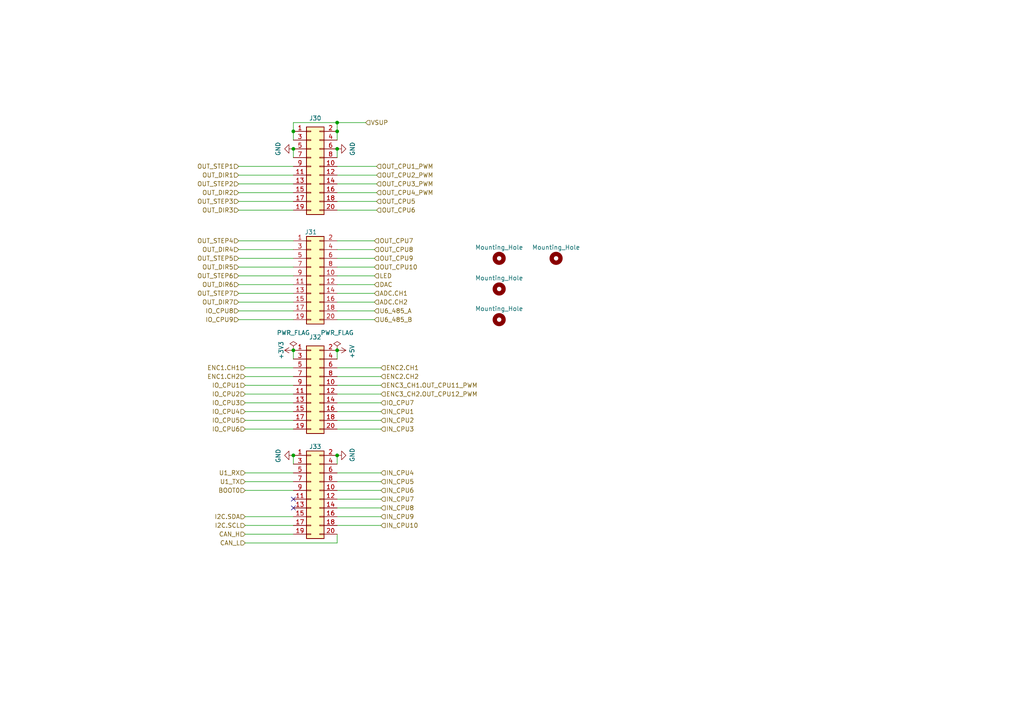
<source format=kicad_sch>
(kicad_sch (version 20211123) (generator eeschema)
  (paper "A4")
  (lib_symbols
    (symbol "Connector_Generic:Conn_02x10_Odd_Even" (pin_names (offset 1.016) hide)
      (property "Reference" "J" (at 1.27 12.7 0))
      (property "Value" "Conn_02x10_Odd_Even" (at 1.27 -15.24 0))
      (symbol "Conn_02x10_Odd_Even_1_1"
        (rectangle (start -1.27 -12.573) (end 0 -12.827) (stroke (width 0.1524)))
        (rectangle (start -1.27 -10.033) (end 0 -10.287) (stroke (width 0.1524)))
        (rectangle (start -1.27 -7.493) (end 0 -7.747) (stroke (width 0.1524)))
        (rectangle (start -1.27 -4.953) (end 0 -5.207) (stroke (width 0.1524)))
        (rectangle (start -1.27 -2.413) (end 0 -2.667) (stroke (width 0.1524)))
        (rectangle (start -1.27 0.127) (end 0 -0.127) (stroke (width 0.1524)))
        (rectangle (start -1.27 2.667) (end 0 2.413) (stroke (width 0.1524)))
        (rectangle (start -1.27 5.207) (end 0 4.953) (stroke (width 0.1524)))
        (rectangle (start -1.27 7.747) (end 0 7.493) (stroke (width 0.1524)))
        (rectangle (start -1.27 10.287) (end 0 10.033) (stroke (width 0.1524)))
        (rectangle (start -1.27 11.43) (end 3.81 -13.97) (stroke (width 0.254)) (fill (type background)))
        (rectangle (start 3.81 -12.573) (end 2.54 -12.827) (stroke (width 0.1524)))
        (rectangle (start 3.81 -10.033) (end 2.54 -10.287) (stroke (width 0.1524)))
        (rectangle (start 3.81 -7.493) (end 2.54 -7.747) (stroke (width 0.1524)))
        (rectangle (start 3.81 -4.953) (end 2.54 -5.207) (stroke (width 0.1524)))
        (rectangle (start 3.81 -2.413) (end 2.54 -2.667) (stroke (width 0.1524)))
        (rectangle (start 3.81 0.127) (end 2.54 -0.127) (stroke (width 0.1524)))
        (rectangle (start 3.81 2.667) (end 2.54 2.413) (stroke (width 0.1524)))
        (rectangle (start 3.81 5.207) (end 2.54 4.953) (stroke (width 0.1524)))
        (rectangle (start 3.81 7.747) (end 2.54 7.493) (stroke (width 0.1524)))
        (rectangle (start 3.81 10.287) (end 2.54 10.033) (stroke (width 0.1524)))
        (pin passive line (at -5.08 10.16 0) (length 3.81) (name "Pin_1") (number "1"))
        (pin passive line (at 7.62 0 180) (length 3.81) (name "Pin_10") (number "10"))
        (pin passive line (at -5.08 -2.54 0) (length 3.81) (name "Pin_11") (number "11"))
        (pin passive line (at 7.62 -2.54 180) (length 3.81) (name "Pin_12") (number "12"))
        (pin passive line (at -5.08 -5.08 0) (length 3.81) (name "Pin_13") (number "13"))
        (pin passive line (at 7.62 -5.08 180) (length 3.81) (name "Pin_14") (number "14"))
        (pin passive line (at -5.08 -7.62 0) (length 3.81) (name "Pin_15") (number "15"))
        (pin passive line (at 7.62 -7.62 180) (length 3.81) (name "Pin_16") (number "16"))
        (pin passive line (at -5.08 -10.16 0) (length 3.81) (name "Pin_17") (number "17"))
        (pin passive line (at 7.62 -10.16 180) (length 3.81) (name "Pin_18") (number "18"))
        (pin passive line (at -5.08 -12.7 0) (length 3.81) (name "Pin_19") (number "19"))
        (pin passive line (at 7.62 10.16 180) (length 3.81) (name "Pin_2") (number "2"))
        (pin passive line (at 7.62 -12.7 180) (length 3.81) (name "Pin_20") (number "20"))
        (pin passive line (at -5.08 7.62 0) (length 3.81) (name "Pin_3") (number "3"))
        (pin passive line (at 7.62 7.62 180) (length 3.81) (name "Pin_4") (number "4"))
        (pin passive line (at -5.08 5.08 0) (length 3.81) (name "Pin_5") (number "5"))
        (pin passive line (at 7.62 5.08 180) (length 3.81) (name "Pin_6") (number "6"))
        (pin passive line (at -5.08 2.54 0) (length 3.81) (name "Pin_7") (number "7"))
        (pin passive line (at 7.62 2.54 180) (length 3.81) (name "Pin_8") (number "8"))
        (pin passive line (at -5.08 0 0) (length 3.81) (name "Pin_9") (number "9"))
      )
    )
    (symbol "Uni_Printer-rescue:Mounting_Hole-Sensor_tank_v1-rescue-Uni_General_v1-rescue-Uni_Printer_v1-rescue" (pin_names (offset 1.016))
      (property "Reference" "MK" (at 0 5.08 0))
      (property "Value" "Mounting_Hole-Sensor_tank_v1-rescue-Uni_General_v1-rescue-Uni_Printer_v1-rescue" (at 0 3.175 0))
      (symbol "Mounting_Hole-Sensor_tank_v1-rescue-Uni_General_v1-rescue-Uni_Printer_v1-rescue_0_1"
        (circle (center 0 0) (radius 1.27) (stroke (width 1.27)))
      )
    )
    (symbol "power:+3V3" (power) (pin_names (offset 0))
      (property "Value" "+3V3" (at 0 3.556 0))
      (symbol "+3V3_0_1"
        (polyline (pts (xy -0.762 1.27) (xy 0 2.54)))
        (polyline (pts (xy 0 0) (xy 0 2.54)))
        (polyline (pts (xy 0 2.54) (xy 0.762 1.27)))
      )
      (symbol "+3V3_1_1"
        (pin power_in line (at 0 0 90) (length 0) hide (name "+3V3") (number "1"))
      )
    )
    (symbol "power:+5V" (power) (pin_names (offset 0))
      (property "Value" "+5V" (at 0 3.556 0))
      (symbol "+5V_0_1"
        (polyline (pts (xy -0.762 1.27) (xy 0 2.54)))
        (polyline (pts (xy 0 0) (xy 0 2.54)))
        (polyline (pts (xy 0 2.54) (xy 0.762 1.27)))
      )
      (symbol "+5V_1_1"
        (pin power_in line (at 0 0 90) (length 0) hide (name "+5V") (number "1"))
      )
    )
    (symbol "power:GND" (power) (pin_names (offset 0))
      (property "Value" "GND" (at 0 -3.81 0))
      (symbol "GND_0_1"
        (polyline (pts (xy 0 0) (xy 0 -1.27) (xy 1.27 -1.27) (xy 0 -2.54) (xy -1.27 -1.27) (xy 0 -1.27)))
      )
      (symbol "GND_1_1"
        (pin power_in line (at 0 0 270) (length 0) hide (name "GND") (number "1"))
      )
    )
    (symbol "power:PWR_FLAG" (power) (pin_numbers hide) (pin_names (offset 0) hide)
      (property "Value" "PWR_FLAG" (at 0 3.81 0))
      (symbol "PWR_FLAG_0_0"
        (pin power_out line (at 0 0 90) (length 0) (name "pwr") (number "1"))
      )
      (symbol "PWR_FLAG_0_1"
        (polyline (pts (xy 0 0) (xy 0 1.27) (xy -1.016 1.905) (xy 0 2.54) (xy 1.016 1.905) (xy 0 1.27)))
      )
    )
  )
  (junction (at 85.09 101.6))
  (junction (at 97.79 101.6))
  (junction (at 85.09 132.08))
  (junction (at 85.09 43.18))
  (junction (at 97.79 35.56))
  (junction (at 97.79 38.1))
  (junction (at 97.79 132.08))
  (junction (at 85.09 38.1))
  (junction (at 97.79 43.18))
  (no_connect (at 85.09 147.32))
  (no_connect (at 85.09 144.78))
  (wire (pts (xy 71.12 152.4) (xy 85.09 152.4)))
  (wire (pts (xy 71.12 119.38) (xy 85.09 119.38)))
  (wire (pts (xy 97.79 116.84) (xy 110.49 116.84)))
  (wire (pts (xy 71.12 109.22) (xy 85.09 109.22)))
  (wire (pts (xy 69.215 77.47) (xy 85.09 77.47)))
  (wire (pts (xy 97.79 157.48) (xy 97.79 154.94)))
  (wire (pts (xy 71.12 149.86) (xy 85.09 149.86)))
  (wire (pts (xy 97.79 85.09) (xy 108.585 85.09)))
  (wire (pts (xy 97.79 77.47) (xy 108.585 77.47)))
  (wire (pts (xy 97.79 35.56) (xy 106.045 35.56)))
  (wire (pts (xy 71.12 121.92) (xy 85.09 121.92)))
  (wire (pts (xy 71.12 106.68) (xy 85.09 106.68)))
  (wire (pts (xy 97.79 101.6) (xy 97.79 104.14)))
  (wire (pts (xy 69.215 53.34) (xy 85.09 53.34)))
  (wire (pts (xy 85.09 38.1) (xy 85.09 40.64)))
  (wire (pts (xy 97.79 92.71) (xy 108.585 92.71)))
  (wire (pts (xy 97.79 137.16) (xy 110.49 137.16)))
  (wire (pts (xy 69.215 55.88) (xy 85.09 55.88)))
  (wire (pts (xy 69.215 90.17) (xy 85.09 90.17)))
  (wire (pts (xy 97.79 106.68) (xy 110.49 106.68)))
  (wire (pts (xy 71.12 139.7) (xy 85.09 139.7)))
  (wire (pts (xy 69.215 92.71) (xy 85.09 92.71)))
  (wire (pts (xy 69.215 74.93) (xy 85.09 74.93)))
  (wire (pts (xy 85.09 35.56) (xy 85.09 38.1)))
  (wire (pts (xy 97.79 144.78) (xy 110.49 144.78)))
  (wire (pts (xy 97.79 82.55) (xy 108.585 82.55)))
  (wire (pts (xy 97.79 69.85) (xy 108.585 69.85)))
  (wire (pts (xy 69.215 58.42) (xy 85.09 58.42)))
  (wire (pts (xy 97.79 121.92) (xy 110.49 121.92)))
  (wire (pts (xy 97.79 90.17) (xy 108.585 90.17)))
  (wire (pts (xy 71.12 124.46) (xy 85.09 124.46)))
  (wire (pts (xy 97.79 80.01) (xy 108.585 80.01)))
  (wire (pts (xy 69.215 69.85) (xy 85.09 69.85)))
  (wire (pts (xy 85.09 43.18) (xy 85.09 45.72)))
  (wire (pts (xy 97.79 60.96) (xy 109.22 60.96)))
  (wire (pts (xy 97.79 53.34) (xy 109.22 53.34)))
  (wire (pts (xy 97.79 111.76) (xy 110.49 111.76)))
  (wire (pts (xy 97.79 139.7) (xy 110.49 139.7)))
  (wire (pts (xy 71.12 154.94) (xy 85.09 154.94)))
  (wire (pts (xy 97.79 142.24) (xy 110.49 142.24)))
  (wire (pts (xy 97.79 43.18) (xy 97.79 45.72)))
  (wire (pts (xy 97.79 50.8) (xy 109.22 50.8)))
  (wire (pts (xy 97.79 87.63) (xy 108.585 87.63)))
  (wire (pts (xy 97.79 72.39) (xy 108.585 72.39)))
  (wire (pts (xy 69.215 85.09) (xy 85.09 85.09)))
  (wire (pts (xy 71.12 157.48) (xy 97.79 157.48)))
  (wire (pts (xy 69.215 50.8) (xy 85.09 50.8)))
  (wire (pts (xy 97.79 119.38) (xy 110.49 119.38)))
  (wire (pts (xy 85.09 101.6) (xy 85.09 104.14)))
  (wire (pts (xy 69.215 72.39) (xy 85.09 72.39)))
  (wire (pts (xy 97.79 149.86) (xy 110.49 149.86)))
  (wire (pts (xy 69.215 80.01) (xy 85.09 80.01)))
  (wire (pts (xy 109.22 48.26) (xy 97.79 48.26)))
  (wire (pts (xy 97.79 132.08) (xy 97.79 134.62)))
  (wire (pts (xy 69.215 48.26) (xy 85.09 48.26)))
  (wire (pts (xy 69.215 87.63) (xy 85.09 87.63)))
  (wire (pts (xy 97.79 152.4) (xy 110.49 152.4)))
  (wire (pts (xy 97.79 109.22) (xy 110.49 109.22)))
  (wire (pts (xy 97.79 35.56) (xy 97.79 38.1)))
  (wire (pts (xy 85.09 142.24) (xy 71.12 142.24)))
  (wire (pts (xy 71.12 111.76) (xy 85.09 111.76)))
  (wire (pts (xy 97.79 114.3) (xy 110.49 114.3)))
  (wire (pts (xy 97.79 124.46) (xy 110.49 124.46)))
  (wire (pts (xy 71.12 116.84) (xy 85.09 116.84)))
  (wire (pts (xy 69.215 82.55) (xy 85.09 82.55)))
  (wire (pts (xy 109.22 58.42) (xy 97.79 58.42)))
  (wire (pts (xy 97.79 74.93) (xy 108.585 74.93)))
  (wire (pts (xy 71.12 114.3) (xy 85.09 114.3)))
  (wire (pts (xy 97.79 35.56) (xy 85.09 35.56)))
  (wire (pts (xy 97.79 147.32) (xy 110.49 147.32)))
  (wire (pts (xy 85.09 137.16) (xy 71.12 137.16)))
  (wire (pts (xy 97.79 55.88) (xy 109.22 55.88)))
  (wire (pts (xy 97.79 38.1) (xy 97.79 40.64)))
  (wire (pts (xy 85.09 132.08) (xy 85.09 134.62)))
  (wire (pts (xy 69.215 60.96) (xy 85.09 60.96)))
  (hierarchical_label "OUT_CPU3_PWM" (shape input) (at 109.22 53.34 0))
  (hierarchical_label "IO_CPU2" (shape input) (at 71.12 114.3 180))
  (hierarchical_label "ENC2.CH2" (shape input) (at 110.49 109.22 0))
  (hierarchical_label "I2C.SDA" (shape input) (at 71.12 149.86 180))
  (hierarchical_label "IN_CPU10" (shape input) (at 110.49 152.4 0))
  (hierarchical_label "IN_CPU5" (shape input) (at 110.49 139.7 0))
  (hierarchical_label "IN_CPU4" (shape input) (at 110.49 137.16 0))
  (hierarchical_label "OUT_DIR6" (shape input) (at 69.215 82.55 180))
  (hierarchical_label "OUT_CPU6" (shape input) (at 109.22 60.96 0))
  (hierarchical_label "OUT_DIR4" (shape input) (at 69.215 72.39 180))
  (hierarchical_label "OUT_STEP7" (shape input) (at 69.215 85.09 180))
  (hierarchical_label "U1_RX" (shape input) (at 71.12 137.16 180))
  (hierarchical_label "IO_CPU1" (shape input) (at 71.12 111.76 180))
  (hierarchical_label "IN_CPU6" (shape input) (at 110.49 142.24 0))
  (hierarchical_label "OUT_CPU5" (shape input) (at 109.22 58.42 0))
  (hierarchical_label "OUT_CPU1_PWM" (shape input) (at 109.22 48.26 0))
  (hierarchical_label "IO_CPU9" (shape input) (at 69.215 92.71 180))
  (hierarchical_label "IO_CPU7" (shape input) (at 110.49 116.84 0))
  (hierarchical_label "OUT_STEP4" (shape input) (at 69.215 69.85 180))
  (hierarchical_label "U1_TX" (shape input) (at 71.12 139.7 180))
  (hierarchical_label "IN_CPU3" (shape input) (at 110.49 124.46 0))
  (hierarchical_label "OUT_STEP2" (shape input) (at 69.215 53.34 180))
  (hierarchical_label "OUT_DIR2" (shape input) (at 69.215 55.88 180))
  (hierarchical_label "OUT_STEP5" (shape input) (at 69.215 74.93 180))
  (hierarchical_label "IO_CPU6" (shape input) (at 71.12 124.46 180))
  (hierarchical_label "OUT_CPU4_PWM" (shape input) (at 109.22 55.88 0))
  (hierarchical_label "I2C.SCL" (shape input) (at 71.12 152.4 180))
  (hierarchical_label "ENC3_CH1.OUT_CPU11_PWM" (shape input) (at 110.49 111.76 0))
  (hierarchical_label "IO_CPU8" (shape input) (at 69.215 90.17 180))
  (hierarchical_label "OUT_CPU10" (shape input) (at 108.585 77.47 0))
  (hierarchical_label "U6_485_A" (shape input) (at 108.585 90.17 0))
  (hierarchical_label "VSUP" (shape input) (at 106.045 35.56 0))
  (hierarchical_label "ENC1.CH1" (shape input) (at 71.12 106.68 180))
  (hierarchical_label "OUT_CPU9" (shape input) (at 108.585 74.93 0))
  (hierarchical_label "OUT_CPU8" (shape input) (at 108.585 72.39 0))
  (hierarchical_label "OUT_STEP1" (shape input) (at 69.215 48.26 180))
  (hierarchical_label "OUT_DIR7" (shape input) (at 69.215 87.63 180))
  (hierarchical_label "IO_CPU4" (shape input) (at 71.12 119.38 180))
  (hierarchical_label "OUT_DIR1" (shape input) (at 69.215 50.8 180))
  (hierarchical_label "IN_CPU7" (shape input) (at 110.49 144.78 0))
  (hierarchical_label "OUT_CPU7" (shape input) (at 108.585 69.85 0))
  (hierarchical_label "U6_485_B" (shape input) (at 108.585 92.71 0))
  (hierarchical_label "OUT_CPU2_PWM" (shape input) (at 109.22 50.8 0))
  (hierarchical_label "OUT_DIR5" (shape input) (at 69.215 77.47 180))
  (hierarchical_label "OUT_STEP6" (shape input) (at 69.215 80.01 180))
  (hierarchical_label "ENC3_CH2.OUT_CPU12_PWM" (shape input) (at 110.49 114.3 0))
  (hierarchical_label "IN_CPU1" (shape input) (at 110.49 119.38 0))
  (hierarchical_label "ENC2.CH1" (shape input) (at 110.49 106.68 0))
  (hierarchical_label "IN_CPU2" (shape input) (at 110.49 121.92 0))
  (hierarchical_label "CAN_L" (shape input) (at 71.12 157.48 180))
  (hierarchical_label "IN_CPU8" (shape input) (at 110.49 147.32 0))
  (hierarchical_label "OUT_DIR3" (shape input) (at 69.215 60.96 180))
  (hierarchical_label "BOOT0" (shape input) (at 71.12 142.24 180) (effects (font (size 1.278 1.278))))
  (hierarchical_label "ADC.CH2" (shape input) (at 108.585 87.63 0))
  (hierarchical_label "ADC.CH1" (shape input) (at 108.585 85.09 0))
  (hierarchical_label "IO_CPU3" (shape input) (at 71.12 116.84 180))
  (hierarchical_label "ENC1.CH2" (shape input) (at 71.12 109.22 180))
  (hierarchical_label "IO_CPU5" (shape input) (at 71.12 121.92 180))
  (hierarchical_label "CAN_H" (shape input) (at 71.12 154.94 180))
  (hierarchical_label "LED" (shape input) (at 108.585 80.01 0))
  (hierarchical_label "DAC" (shape input) (at 108.585 82.55 0))
  (hierarchical_label "OUT_STEP3" (shape input) (at 69.215 58.42 180))
  (hierarchical_label "IN_CPU9" (shape input) (at 110.49 149.86 0))
  (symbol (lib_id "power:+5V") (at 97.79 101.6 270) (unit 1)
    (property "Reference" "#PWR057" (effects hide))
    (property "Value" "+5V" (at 102.108 101.981 0))
  )
  (symbol (lib_id "power:PWR_FLAG") (at 97.79 101.6 0) (unit 1)
    (property "Reference" "#FLG03" (effects hide))
    (property "Value" "PWR_FLAG" (at 97.79 96.52 0))
  )
  (symbol (lib_id "Connector_Generic:Conn_02x10_Odd_Even") (at 90.17 142.24 0) (unit 1)
    (property "Reference" "J33" (at 91.44 129.54 0))
    (property "Value" "Conn_02x20_Odd_Even" (effects hide))
    (property "Footprint" "Connector_PinHeader_2.54mm:PinHeader_2x10_P2.54mm_Vertical" (effects hide))
  )
  (symbol (lib_id "power:GND") (at 97.79 43.18 90) (unit 1)
    (property "Reference" "#PWR056" (effects hide))
    (property "Value" "GND" (at 102.235 43.18 0))
  )
  (symbol (lib_id "power:GND") (at 85.09 43.18 270) (unit 1)
    (property "Reference" "#PWR053" (effects hide))
    (property "Value" "GND" (at 80.645 43.18 0))
  )
  (symbol (lib_id "Connector_Generic:Conn_02x10_Odd_Even") (at 90.17 80.01 0) (unit 1)
    (property "Reference" "J31" (at 90.17 67.31 0))
    (property "Value" "Conn_02x20_Odd_Even" (effects hide))
    (property "Footprint" "Connector_PinHeader_2.54mm:PinHeader_2x10_P2.54mm_Vertical" (effects hide))
  )
  (symbol (lib_id "Uni_Printer-rescue:Mounting_Hole-Sensor_tank_v1-rescue-Uni_General_v1-rescue-Uni_Printer_v1-rescue") (at 144.78 83.82 0) (unit 1)
    (property "Reference" "MK6" (at 144.78 78.74 0))
    (property "Value" "Mounting_Hole" (at 144.78 80.645 0))
    (property "Footprint" "MountingHole:MountingHole_3.2mm_M3" (effects hide))
    (property "Reference" "MK2" (effects hide))
    (property "Value" "Mounting_Hole" (effects hide))
  )
  (symbol (lib_id "power:GND") (at 97.79 132.08 90) (unit 1)
    (property "Reference" "#PWR058" (effects hide))
    (property "Value" "GND" (at 102.1842 131.953 0))
  )
  (symbol (lib_id "Connector_Generic:Conn_02x10_Odd_Even") (at 90.17 111.76 0) (unit 1)
    (property "Reference" "J32" (at 91.44 97.79 0))
    (property "Value" "Conn_02x10_Odd_Even" (effects hide))
    (property "Footprint" "Connector_PinHeader_2.54mm:PinHeader_2x10_P2.54mm_Vertical" (effects hide))
  )
  (symbol (lib_id "Connector_Generic:Conn_02x10_Odd_Even") (at 90.17 48.26 0) (unit 1)
    (property "Reference" "J30" (at 91.44 34.29 0))
    (property "Value" "Conn_02x20_Odd_Even" (effects hide))
    (property "Footprint" "Connector_PinHeader_2.54mm:PinHeader_2x10_P2.54mm_Vertical" (effects hide))
  )
  (symbol (lib_id "Uni_Printer-rescue:Mounting_Hole-Sensor_tank_v1-rescue-Uni_General_v1-rescue-Uni_Printer_v1-rescue") (at 144.78 74.93 0) (unit 1)
    (property "Reference" "MK5" (at 144.78 69.85 0))
    (property "Value" "Mounting_Hole" (at 144.78 71.755 0))
    (property "Footprint" "MountingHole:MountingHole_3.2mm_M3" (effects hide))
    (property "Reference" "MK1" (effects hide))
    (property "Value" "Mounting_Hole" (effects hide))
  )
  (symbol (lib_id "power:+3V3") (at 85.09 101.6 90) (unit 1)
    (property "Reference" "#PWR054" (effects hide))
    (property "Value" "+3V3" (at 81.534 101.6 0))
  )
  (symbol (lib_id "Uni_Printer-rescue:Mounting_Hole-Sensor_tank_v1-rescue-Uni_General_v1-rescue-Uni_Printer_v1-rescue") (at 144.78 92.71 0) (unit 1)
    (property "Reference" "MK7" (at 144.78 87.63 0))
    (property "Value" "Mounting_Hole" (at 144.78 89.535 0))
    (property "Footprint" "MountingHole:MountingHole_3.2mm_M3" (effects hide))
    (property "Reference" "MK3" (effects hide))
    (property "Value" "Mounting_Hole" (effects hide))
  )
  (symbol (lib_id "Uni_Printer-rescue:Mounting_Hole-Sensor_tank_v1-rescue-Uni_General_v1-rescue-Uni_Printer_v1-rescue") (at 161.29 74.93 0) (unit 1)
    (property "Reference" "MK8" (at 161.29 69.85 0))
    (property "Value" "Mounting_Hole" (at 161.29 71.755 0))
    (property "Footprint" "MountingHole:MountingHole_3.2mm_M3" (effects hide))
    (property "Reference" "MK6" (effects hide))
    (property "Value" "Mounting_Hole" (effects hide))
  )
  (symbol (lib_id "power:GND") (at 85.09 132.08 270) (unit 1)
    (property "Reference" "#PWR055" (effects hide))
    (property "Value" "GND" (at 80.6958 132.207 0))
  )
  (symbol (lib_id "power:PWR_FLAG") (at 85.09 101.6 0) (unit 1)
    (property "Reference" "#FLG02" (effects hide))
    (property "Value" "PWR_FLAG" (at 85.09 96.52 0))
  )
)
</source>
